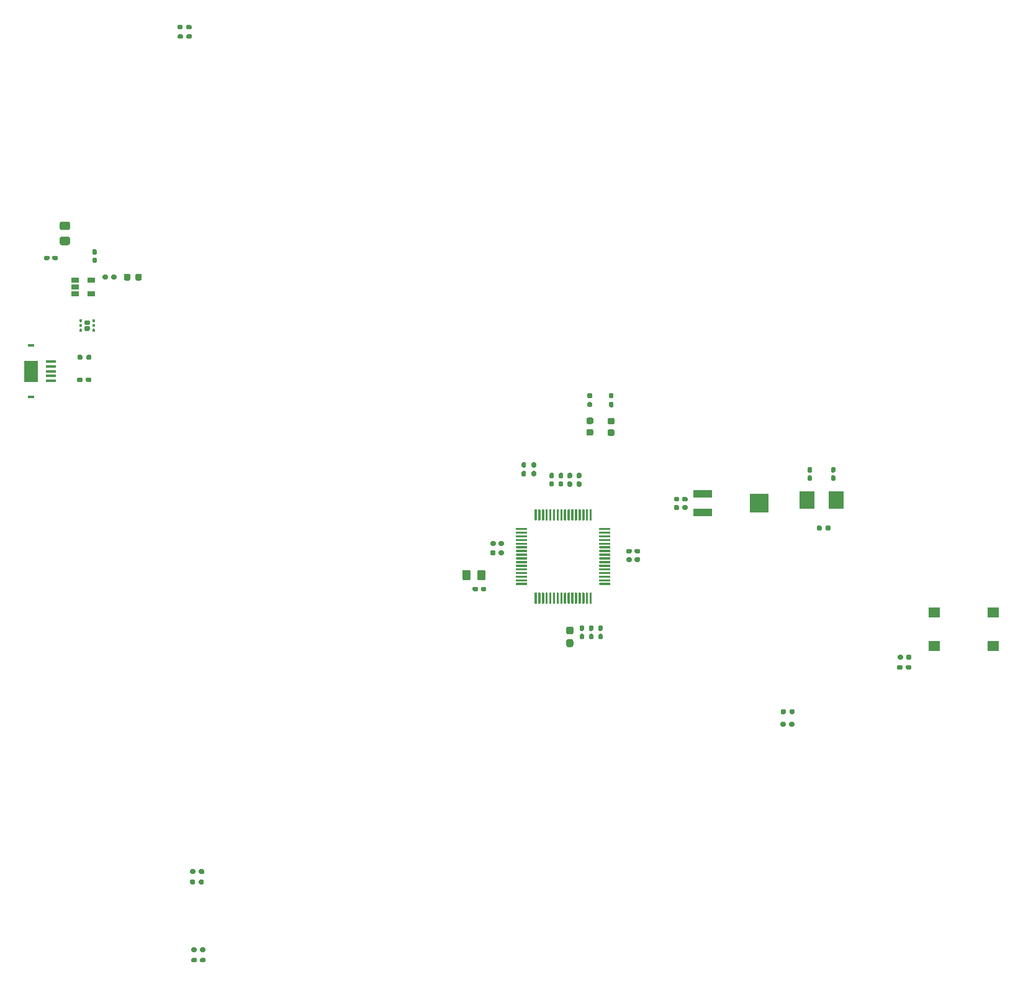
<source format=gbp>
G04 #@! TF.GenerationSoftware,KiCad,Pcbnew,(5.1.9)-1*
G04 #@! TF.CreationDate,2021-06-08T08:09:59+01:00*
G04 #@! TF.ProjectId,Looper_Board,4c6f6f70-6572-45f4-926f-6172642e6b69,rev?*
G04 #@! TF.SameCoordinates,Original*
G04 #@! TF.FileFunction,Paste,Bot*
G04 #@! TF.FilePolarity,Positive*
%FSLAX46Y46*%
G04 Gerber Fmt 4.6, Leading zero omitted, Abs format (unit mm)*
G04 Created by KiCad (PCBNEW (5.1.9)-1) date 2021-06-08 08:09:59*
%MOMM*%
%LPD*%
G01*
G04 APERTURE LIST*
%ADD10R,1.350000X0.400000*%
%ADD11R,1.900000X2.900000*%
%ADD12R,0.850000X0.300000*%
%ADD13R,1.600000X1.400000*%
%ADD14R,1.060000X0.650000*%
%ADD15R,2.500000X1.000000*%
%ADD16R,2.500000X2.500000*%
%ADD17R,2.000000X2.400000*%
G04 APERTURE END LIST*
G36*
G01*
X127458800Y-127637300D02*
X127458800Y-127487300D01*
G75*
G02*
X127533800Y-127412300I75000J0D01*
G01*
X128933800Y-127412300D01*
G75*
G02*
X129008800Y-127487300I0J-75000D01*
G01*
X129008800Y-127637300D01*
G75*
G02*
X128933800Y-127712300I-75000J0D01*
G01*
X127533800Y-127712300D01*
G75*
G02*
X127458800Y-127637300I0J75000D01*
G01*
G37*
G36*
G01*
X127458800Y-127137300D02*
X127458800Y-126987300D01*
G75*
G02*
X127533800Y-126912300I75000J0D01*
G01*
X128933800Y-126912300D01*
G75*
G02*
X129008800Y-126987300I0J-75000D01*
G01*
X129008800Y-127137300D01*
G75*
G02*
X128933800Y-127212300I-75000J0D01*
G01*
X127533800Y-127212300D01*
G75*
G02*
X127458800Y-127137300I0J75000D01*
G01*
G37*
G36*
G01*
X127458800Y-126637300D02*
X127458800Y-126487300D01*
G75*
G02*
X127533800Y-126412300I75000J0D01*
G01*
X128933800Y-126412300D01*
G75*
G02*
X129008800Y-126487300I0J-75000D01*
G01*
X129008800Y-126637300D01*
G75*
G02*
X128933800Y-126712300I-75000J0D01*
G01*
X127533800Y-126712300D01*
G75*
G02*
X127458800Y-126637300I0J75000D01*
G01*
G37*
G36*
G01*
X127458800Y-126137300D02*
X127458800Y-125987300D01*
G75*
G02*
X127533800Y-125912300I75000J0D01*
G01*
X128933800Y-125912300D01*
G75*
G02*
X129008800Y-125987300I0J-75000D01*
G01*
X129008800Y-126137300D01*
G75*
G02*
X128933800Y-126212300I-75000J0D01*
G01*
X127533800Y-126212300D01*
G75*
G02*
X127458800Y-126137300I0J75000D01*
G01*
G37*
G36*
G01*
X127458800Y-125637300D02*
X127458800Y-125487300D01*
G75*
G02*
X127533800Y-125412300I75000J0D01*
G01*
X128933800Y-125412300D01*
G75*
G02*
X129008800Y-125487300I0J-75000D01*
G01*
X129008800Y-125637300D01*
G75*
G02*
X128933800Y-125712300I-75000J0D01*
G01*
X127533800Y-125712300D01*
G75*
G02*
X127458800Y-125637300I0J75000D01*
G01*
G37*
G36*
G01*
X127458800Y-125137300D02*
X127458800Y-124987300D01*
G75*
G02*
X127533800Y-124912300I75000J0D01*
G01*
X128933800Y-124912300D01*
G75*
G02*
X129008800Y-124987300I0J-75000D01*
G01*
X129008800Y-125137300D01*
G75*
G02*
X128933800Y-125212300I-75000J0D01*
G01*
X127533800Y-125212300D01*
G75*
G02*
X127458800Y-125137300I0J75000D01*
G01*
G37*
G36*
G01*
X127458800Y-124637300D02*
X127458800Y-124487300D01*
G75*
G02*
X127533800Y-124412300I75000J0D01*
G01*
X128933800Y-124412300D01*
G75*
G02*
X129008800Y-124487300I0J-75000D01*
G01*
X129008800Y-124637300D01*
G75*
G02*
X128933800Y-124712300I-75000J0D01*
G01*
X127533800Y-124712300D01*
G75*
G02*
X127458800Y-124637300I0J75000D01*
G01*
G37*
G36*
G01*
X127458800Y-124137300D02*
X127458800Y-123987300D01*
G75*
G02*
X127533800Y-123912300I75000J0D01*
G01*
X128933800Y-123912300D01*
G75*
G02*
X129008800Y-123987300I0J-75000D01*
G01*
X129008800Y-124137300D01*
G75*
G02*
X128933800Y-124212300I-75000J0D01*
G01*
X127533800Y-124212300D01*
G75*
G02*
X127458800Y-124137300I0J75000D01*
G01*
G37*
G36*
G01*
X127458800Y-123637300D02*
X127458800Y-123487300D01*
G75*
G02*
X127533800Y-123412300I75000J0D01*
G01*
X128933800Y-123412300D01*
G75*
G02*
X129008800Y-123487300I0J-75000D01*
G01*
X129008800Y-123637300D01*
G75*
G02*
X128933800Y-123712300I-75000J0D01*
G01*
X127533800Y-123712300D01*
G75*
G02*
X127458800Y-123637300I0J75000D01*
G01*
G37*
G36*
G01*
X127458800Y-123137300D02*
X127458800Y-122987300D01*
G75*
G02*
X127533800Y-122912300I75000J0D01*
G01*
X128933800Y-122912300D01*
G75*
G02*
X129008800Y-122987300I0J-75000D01*
G01*
X129008800Y-123137300D01*
G75*
G02*
X128933800Y-123212300I-75000J0D01*
G01*
X127533800Y-123212300D01*
G75*
G02*
X127458800Y-123137300I0J75000D01*
G01*
G37*
G36*
G01*
X127458800Y-122637300D02*
X127458800Y-122487300D01*
G75*
G02*
X127533800Y-122412300I75000J0D01*
G01*
X128933800Y-122412300D01*
G75*
G02*
X129008800Y-122487300I0J-75000D01*
G01*
X129008800Y-122637300D01*
G75*
G02*
X128933800Y-122712300I-75000J0D01*
G01*
X127533800Y-122712300D01*
G75*
G02*
X127458800Y-122637300I0J75000D01*
G01*
G37*
G36*
G01*
X127458800Y-122137300D02*
X127458800Y-121987300D01*
G75*
G02*
X127533800Y-121912300I75000J0D01*
G01*
X128933800Y-121912300D01*
G75*
G02*
X129008800Y-121987300I0J-75000D01*
G01*
X129008800Y-122137300D01*
G75*
G02*
X128933800Y-122212300I-75000J0D01*
G01*
X127533800Y-122212300D01*
G75*
G02*
X127458800Y-122137300I0J75000D01*
G01*
G37*
G36*
G01*
X127458800Y-121637300D02*
X127458800Y-121487300D01*
G75*
G02*
X127533800Y-121412300I75000J0D01*
G01*
X128933800Y-121412300D01*
G75*
G02*
X129008800Y-121487300I0J-75000D01*
G01*
X129008800Y-121637300D01*
G75*
G02*
X128933800Y-121712300I-75000J0D01*
G01*
X127533800Y-121712300D01*
G75*
G02*
X127458800Y-121637300I0J75000D01*
G01*
G37*
G36*
G01*
X127458800Y-121137300D02*
X127458800Y-120987300D01*
G75*
G02*
X127533800Y-120912300I75000J0D01*
G01*
X128933800Y-120912300D01*
G75*
G02*
X129008800Y-120987300I0J-75000D01*
G01*
X129008800Y-121137300D01*
G75*
G02*
X128933800Y-121212300I-75000J0D01*
G01*
X127533800Y-121212300D01*
G75*
G02*
X127458800Y-121137300I0J75000D01*
G01*
G37*
G36*
G01*
X127458800Y-120637300D02*
X127458800Y-120487300D01*
G75*
G02*
X127533800Y-120412300I75000J0D01*
G01*
X128933800Y-120412300D01*
G75*
G02*
X129008800Y-120487300I0J-75000D01*
G01*
X129008800Y-120637300D01*
G75*
G02*
X128933800Y-120712300I-75000J0D01*
G01*
X127533800Y-120712300D01*
G75*
G02*
X127458800Y-120637300I0J75000D01*
G01*
G37*
G36*
G01*
X127458800Y-120137300D02*
X127458800Y-119987300D01*
G75*
G02*
X127533800Y-119912300I75000J0D01*
G01*
X128933800Y-119912300D01*
G75*
G02*
X129008800Y-119987300I0J-75000D01*
G01*
X129008800Y-120137300D01*
G75*
G02*
X128933800Y-120212300I-75000J0D01*
G01*
X127533800Y-120212300D01*
G75*
G02*
X127458800Y-120137300I0J75000D01*
G01*
G37*
G36*
G01*
X130008800Y-118837300D02*
X130008800Y-117437300D01*
G75*
G02*
X130083800Y-117362300I75000J0D01*
G01*
X130233800Y-117362300D01*
G75*
G02*
X130308800Y-117437300I0J-75000D01*
G01*
X130308800Y-118837300D01*
G75*
G02*
X130233800Y-118912300I-75000J0D01*
G01*
X130083800Y-118912300D01*
G75*
G02*
X130008800Y-118837300I0J75000D01*
G01*
G37*
G36*
G01*
X130508800Y-118837300D02*
X130508800Y-117437300D01*
G75*
G02*
X130583800Y-117362300I75000J0D01*
G01*
X130733800Y-117362300D01*
G75*
G02*
X130808800Y-117437300I0J-75000D01*
G01*
X130808800Y-118837300D01*
G75*
G02*
X130733800Y-118912300I-75000J0D01*
G01*
X130583800Y-118912300D01*
G75*
G02*
X130508800Y-118837300I0J75000D01*
G01*
G37*
G36*
G01*
X131008800Y-118837300D02*
X131008800Y-117437300D01*
G75*
G02*
X131083800Y-117362300I75000J0D01*
G01*
X131233800Y-117362300D01*
G75*
G02*
X131308800Y-117437300I0J-75000D01*
G01*
X131308800Y-118837300D01*
G75*
G02*
X131233800Y-118912300I-75000J0D01*
G01*
X131083800Y-118912300D01*
G75*
G02*
X131008800Y-118837300I0J75000D01*
G01*
G37*
G36*
G01*
X131508800Y-118837300D02*
X131508800Y-117437300D01*
G75*
G02*
X131583800Y-117362300I75000J0D01*
G01*
X131733800Y-117362300D01*
G75*
G02*
X131808800Y-117437300I0J-75000D01*
G01*
X131808800Y-118837300D01*
G75*
G02*
X131733800Y-118912300I-75000J0D01*
G01*
X131583800Y-118912300D01*
G75*
G02*
X131508800Y-118837300I0J75000D01*
G01*
G37*
G36*
G01*
X132008800Y-118837300D02*
X132008800Y-117437300D01*
G75*
G02*
X132083800Y-117362300I75000J0D01*
G01*
X132233800Y-117362300D01*
G75*
G02*
X132308800Y-117437300I0J-75000D01*
G01*
X132308800Y-118837300D01*
G75*
G02*
X132233800Y-118912300I-75000J0D01*
G01*
X132083800Y-118912300D01*
G75*
G02*
X132008800Y-118837300I0J75000D01*
G01*
G37*
G36*
G01*
X132508800Y-118837300D02*
X132508800Y-117437300D01*
G75*
G02*
X132583800Y-117362300I75000J0D01*
G01*
X132733800Y-117362300D01*
G75*
G02*
X132808800Y-117437300I0J-75000D01*
G01*
X132808800Y-118837300D01*
G75*
G02*
X132733800Y-118912300I-75000J0D01*
G01*
X132583800Y-118912300D01*
G75*
G02*
X132508800Y-118837300I0J75000D01*
G01*
G37*
G36*
G01*
X133008800Y-118837300D02*
X133008800Y-117437300D01*
G75*
G02*
X133083800Y-117362300I75000J0D01*
G01*
X133233800Y-117362300D01*
G75*
G02*
X133308800Y-117437300I0J-75000D01*
G01*
X133308800Y-118837300D01*
G75*
G02*
X133233800Y-118912300I-75000J0D01*
G01*
X133083800Y-118912300D01*
G75*
G02*
X133008800Y-118837300I0J75000D01*
G01*
G37*
G36*
G01*
X133508800Y-118837300D02*
X133508800Y-117437300D01*
G75*
G02*
X133583800Y-117362300I75000J0D01*
G01*
X133733800Y-117362300D01*
G75*
G02*
X133808800Y-117437300I0J-75000D01*
G01*
X133808800Y-118837300D01*
G75*
G02*
X133733800Y-118912300I-75000J0D01*
G01*
X133583800Y-118912300D01*
G75*
G02*
X133508800Y-118837300I0J75000D01*
G01*
G37*
G36*
G01*
X134008800Y-118837300D02*
X134008800Y-117437300D01*
G75*
G02*
X134083800Y-117362300I75000J0D01*
G01*
X134233800Y-117362300D01*
G75*
G02*
X134308800Y-117437300I0J-75000D01*
G01*
X134308800Y-118837300D01*
G75*
G02*
X134233800Y-118912300I-75000J0D01*
G01*
X134083800Y-118912300D01*
G75*
G02*
X134008800Y-118837300I0J75000D01*
G01*
G37*
G36*
G01*
X134508800Y-118837300D02*
X134508800Y-117437300D01*
G75*
G02*
X134583800Y-117362300I75000J0D01*
G01*
X134733800Y-117362300D01*
G75*
G02*
X134808800Y-117437300I0J-75000D01*
G01*
X134808800Y-118837300D01*
G75*
G02*
X134733800Y-118912300I-75000J0D01*
G01*
X134583800Y-118912300D01*
G75*
G02*
X134508800Y-118837300I0J75000D01*
G01*
G37*
G36*
G01*
X135008800Y-118837300D02*
X135008800Y-117437300D01*
G75*
G02*
X135083800Y-117362300I75000J0D01*
G01*
X135233800Y-117362300D01*
G75*
G02*
X135308800Y-117437300I0J-75000D01*
G01*
X135308800Y-118837300D01*
G75*
G02*
X135233800Y-118912300I-75000J0D01*
G01*
X135083800Y-118912300D01*
G75*
G02*
X135008800Y-118837300I0J75000D01*
G01*
G37*
G36*
G01*
X135508800Y-118837300D02*
X135508800Y-117437300D01*
G75*
G02*
X135583800Y-117362300I75000J0D01*
G01*
X135733800Y-117362300D01*
G75*
G02*
X135808800Y-117437300I0J-75000D01*
G01*
X135808800Y-118837300D01*
G75*
G02*
X135733800Y-118912300I-75000J0D01*
G01*
X135583800Y-118912300D01*
G75*
G02*
X135508800Y-118837300I0J75000D01*
G01*
G37*
G36*
G01*
X136008800Y-118837300D02*
X136008800Y-117437300D01*
G75*
G02*
X136083800Y-117362300I75000J0D01*
G01*
X136233800Y-117362300D01*
G75*
G02*
X136308800Y-117437300I0J-75000D01*
G01*
X136308800Y-118837300D01*
G75*
G02*
X136233800Y-118912300I-75000J0D01*
G01*
X136083800Y-118912300D01*
G75*
G02*
X136008800Y-118837300I0J75000D01*
G01*
G37*
G36*
G01*
X136508800Y-118837300D02*
X136508800Y-117437300D01*
G75*
G02*
X136583800Y-117362300I75000J0D01*
G01*
X136733800Y-117362300D01*
G75*
G02*
X136808800Y-117437300I0J-75000D01*
G01*
X136808800Y-118837300D01*
G75*
G02*
X136733800Y-118912300I-75000J0D01*
G01*
X136583800Y-118912300D01*
G75*
G02*
X136508800Y-118837300I0J75000D01*
G01*
G37*
G36*
G01*
X137008800Y-118837300D02*
X137008800Y-117437300D01*
G75*
G02*
X137083800Y-117362300I75000J0D01*
G01*
X137233800Y-117362300D01*
G75*
G02*
X137308800Y-117437300I0J-75000D01*
G01*
X137308800Y-118837300D01*
G75*
G02*
X137233800Y-118912300I-75000J0D01*
G01*
X137083800Y-118912300D01*
G75*
G02*
X137008800Y-118837300I0J75000D01*
G01*
G37*
G36*
G01*
X137508800Y-118837300D02*
X137508800Y-117437300D01*
G75*
G02*
X137583800Y-117362300I75000J0D01*
G01*
X137733800Y-117362300D01*
G75*
G02*
X137808800Y-117437300I0J-75000D01*
G01*
X137808800Y-118837300D01*
G75*
G02*
X137733800Y-118912300I-75000J0D01*
G01*
X137583800Y-118912300D01*
G75*
G02*
X137508800Y-118837300I0J75000D01*
G01*
G37*
G36*
G01*
X138808800Y-120137300D02*
X138808800Y-119987300D01*
G75*
G02*
X138883800Y-119912300I75000J0D01*
G01*
X140283800Y-119912300D01*
G75*
G02*
X140358800Y-119987300I0J-75000D01*
G01*
X140358800Y-120137300D01*
G75*
G02*
X140283800Y-120212300I-75000J0D01*
G01*
X138883800Y-120212300D01*
G75*
G02*
X138808800Y-120137300I0J75000D01*
G01*
G37*
G36*
G01*
X138808800Y-120637300D02*
X138808800Y-120487300D01*
G75*
G02*
X138883800Y-120412300I75000J0D01*
G01*
X140283800Y-120412300D01*
G75*
G02*
X140358800Y-120487300I0J-75000D01*
G01*
X140358800Y-120637300D01*
G75*
G02*
X140283800Y-120712300I-75000J0D01*
G01*
X138883800Y-120712300D01*
G75*
G02*
X138808800Y-120637300I0J75000D01*
G01*
G37*
G36*
G01*
X138808800Y-121137300D02*
X138808800Y-120987300D01*
G75*
G02*
X138883800Y-120912300I75000J0D01*
G01*
X140283800Y-120912300D01*
G75*
G02*
X140358800Y-120987300I0J-75000D01*
G01*
X140358800Y-121137300D01*
G75*
G02*
X140283800Y-121212300I-75000J0D01*
G01*
X138883800Y-121212300D01*
G75*
G02*
X138808800Y-121137300I0J75000D01*
G01*
G37*
G36*
G01*
X138808800Y-121637300D02*
X138808800Y-121487300D01*
G75*
G02*
X138883800Y-121412300I75000J0D01*
G01*
X140283800Y-121412300D01*
G75*
G02*
X140358800Y-121487300I0J-75000D01*
G01*
X140358800Y-121637300D01*
G75*
G02*
X140283800Y-121712300I-75000J0D01*
G01*
X138883800Y-121712300D01*
G75*
G02*
X138808800Y-121637300I0J75000D01*
G01*
G37*
G36*
G01*
X138808800Y-122137300D02*
X138808800Y-121987300D01*
G75*
G02*
X138883800Y-121912300I75000J0D01*
G01*
X140283800Y-121912300D01*
G75*
G02*
X140358800Y-121987300I0J-75000D01*
G01*
X140358800Y-122137300D01*
G75*
G02*
X140283800Y-122212300I-75000J0D01*
G01*
X138883800Y-122212300D01*
G75*
G02*
X138808800Y-122137300I0J75000D01*
G01*
G37*
G36*
G01*
X138808800Y-122637300D02*
X138808800Y-122487300D01*
G75*
G02*
X138883800Y-122412300I75000J0D01*
G01*
X140283800Y-122412300D01*
G75*
G02*
X140358800Y-122487300I0J-75000D01*
G01*
X140358800Y-122637300D01*
G75*
G02*
X140283800Y-122712300I-75000J0D01*
G01*
X138883800Y-122712300D01*
G75*
G02*
X138808800Y-122637300I0J75000D01*
G01*
G37*
G36*
G01*
X138808800Y-123137300D02*
X138808800Y-122987300D01*
G75*
G02*
X138883800Y-122912300I75000J0D01*
G01*
X140283800Y-122912300D01*
G75*
G02*
X140358800Y-122987300I0J-75000D01*
G01*
X140358800Y-123137300D01*
G75*
G02*
X140283800Y-123212300I-75000J0D01*
G01*
X138883800Y-123212300D01*
G75*
G02*
X138808800Y-123137300I0J75000D01*
G01*
G37*
G36*
G01*
X138808800Y-123637300D02*
X138808800Y-123487300D01*
G75*
G02*
X138883800Y-123412300I75000J0D01*
G01*
X140283800Y-123412300D01*
G75*
G02*
X140358800Y-123487300I0J-75000D01*
G01*
X140358800Y-123637300D01*
G75*
G02*
X140283800Y-123712300I-75000J0D01*
G01*
X138883800Y-123712300D01*
G75*
G02*
X138808800Y-123637300I0J75000D01*
G01*
G37*
G36*
G01*
X138808800Y-124137300D02*
X138808800Y-123987300D01*
G75*
G02*
X138883800Y-123912300I75000J0D01*
G01*
X140283800Y-123912300D01*
G75*
G02*
X140358800Y-123987300I0J-75000D01*
G01*
X140358800Y-124137300D01*
G75*
G02*
X140283800Y-124212300I-75000J0D01*
G01*
X138883800Y-124212300D01*
G75*
G02*
X138808800Y-124137300I0J75000D01*
G01*
G37*
G36*
G01*
X138808800Y-124637300D02*
X138808800Y-124487300D01*
G75*
G02*
X138883800Y-124412300I75000J0D01*
G01*
X140283800Y-124412300D01*
G75*
G02*
X140358800Y-124487300I0J-75000D01*
G01*
X140358800Y-124637300D01*
G75*
G02*
X140283800Y-124712300I-75000J0D01*
G01*
X138883800Y-124712300D01*
G75*
G02*
X138808800Y-124637300I0J75000D01*
G01*
G37*
G36*
G01*
X138808800Y-125137300D02*
X138808800Y-124987300D01*
G75*
G02*
X138883800Y-124912300I75000J0D01*
G01*
X140283800Y-124912300D01*
G75*
G02*
X140358800Y-124987300I0J-75000D01*
G01*
X140358800Y-125137300D01*
G75*
G02*
X140283800Y-125212300I-75000J0D01*
G01*
X138883800Y-125212300D01*
G75*
G02*
X138808800Y-125137300I0J75000D01*
G01*
G37*
G36*
G01*
X138808800Y-125637300D02*
X138808800Y-125487300D01*
G75*
G02*
X138883800Y-125412300I75000J0D01*
G01*
X140283800Y-125412300D01*
G75*
G02*
X140358800Y-125487300I0J-75000D01*
G01*
X140358800Y-125637300D01*
G75*
G02*
X140283800Y-125712300I-75000J0D01*
G01*
X138883800Y-125712300D01*
G75*
G02*
X138808800Y-125637300I0J75000D01*
G01*
G37*
G36*
G01*
X138808800Y-126137300D02*
X138808800Y-125987300D01*
G75*
G02*
X138883800Y-125912300I75000J0D01*
G01*
X140283800Y-125912300D01*
G75*
G02*
X140358800Y-125987300I0J-75000D01*
G01*
X140358800Y-126137300D01*
G75*
G02*
X140283800Y-126212300I-75000J0D01*
G01*
X138883800Y-126212300D01*
G75*
G02*
X138808800Y-126137300I0J75000D01*
G01*
G37*
G36*
G01*
X138808800Y-126637300D02*
X138808800Y-126487300D01*
G75*
G02*
X138883800Y-126412300I75000J0D01*
G01*
X140283800Y-126412300D01*
G75*
G02*
X140358800Y-126487300I0J-75000D01*
G01*
X140358800Y-126637300D01*
G75*
G02*
X140283800Y-126712300I-75000J0D01*
G01*
X138883800Y-126712300D01*
G75*
G02*
X138808800Y-126637300I0J75000D01*
G01*
G37*
G36*
G01*
X138808800Y-127137300D02*
X138808800Y-126987300D01*
G75*
G02*
X138883800Y-126912300I75000J0D01*
G01*
X140283800Y-126912300D01*
G75*
G02*
X140358800Y-126987300I0J-75000D01*
G01*
X140358800Y-127137300D01*
G75*
G02*
X140283800Y-127212300I-75000J0D01*
G01*
X138883800Y-127212300D01*
G75*
G02*
X138808800Y-127137300I0J75000D01*
G01*
G37*
G36*
G01*
X138808800Y-127637300D02*
X138808800Y-127487300D01*
G75*
G02*
X138883800Y-127412300I75000J0D01*
G01*
X140283800Y-127412300D01*
G75*
G02*
X140358800Y-127487300I0J-75000D01*
G01*
X140358800Y-127637300D01*
G75*
G02*
X140283800Y-127712300I-75000J0D01*
G01*
X138883800Y-127712300D01*
G75*
G02*
X138808800Y-127637300I0J75000D01*
G01*
G37*
G36*
G01*
X137508800Y-130187300D02*
X137508800Y-128787300D01*
G75*
G02*
X137583800Y-128712300I75000J0D01*
G01*
X137733800Y-128712300D01*
G75*
G02*
X137808800Y-128787300I0J-75000D01*
G01*
X137808800Y-130187300D01*
G75*
G02*
X137733800Y-130262300I-75000J0D01*
G01*
X137583800Y-130262300D01*
G75*
G02*
X137508800Y-130187300I0J75000D01*
G01*
G37*
G36*
G01*
X137008800Y-130187300D02*
X137008800Y-128787300D01*
G75*
G02*
X137083800Y-128712300I75000J0D01*
G01*
X137233800Y-128712300D01*
G75*
G02*
X137308800Y-128787300I0J-75000D01*
G01*
X137308800Y-130187300D01*
G75*
G02*
X137233800Y-130262300I-75000J0D01*
G01*
X137083800Y-130262300D01*
G75*
G02*
X137008800Y-130187300I0J75000D01*
G01*
G37*
G36*
G01*
X136508800Y-130187300D02*
X136508800Y-128787300D01*
G75*
G02*
X136583800Y-128712300I75000J0D01*
G01*
X136733800Y-128712300D01*
G75*
G02*
X136808800Y-128787300I0J-75000D01*
G01*
X136808800Y-130187300D01*
G75*
G02*
X136733800Y-130262300I-75000J0D01*
G01*
X136583800Y-130262300D01*
G75*
G02*
X136508800Y-130187300I0J75000D01*
G01*
G37*
G36*
G01*
X136008800Y-130187300D02*
X136008800Y-128787300D01*
G75*
G02*
X136083800Y-128712300I75000J0D01*
G01*
X136233800Y-128712300D01*
G75*
G02*
X136308800Y-128787300I0J-75000D01*
G01*
X136308800Y-130187300D01*
G75*
G02*
X136233800Y-130262300I-75000J0D01*
G01*
X136083800Y-130262300D01*
G75*
G02*
X136008800Y-130187300I0J75000D01*
G01*
G37*
G36*
G01*
X135508800Y-130187300D02*
X135508800Y-128787300D01*
G75*
G02*
X135583800Y-128712300I75000J0D01*
G01*
X135733800Y-128712300D01*
G75*
G02*
X135808800Y-128787300I0J-75000D01*
G01*
X135808800Y-130187300D01*
G75*
G02*
X135733800Y-130262300I-75000J0D01*
G01*
X135583800Y-130262300D01*
G75*
G02*
X135508800Y-130187300I0J75000D01*
G01*
G37*
G36*
G01*
X135008800Y-130187300D02*
X135008800Y-128787300D01*
G75*
G02*
X135083800Y-128712300I75000J0D01*
G01*
X135233800Y-128712300D01*
G75*
G02*
X135308800Y-128787300I0J-75000D01*
G01*
X135308800Y-130187300D01*
G75*
G02*
X135233800Y-130262300I-75000J0D01*
G01*
X135083800Y-130262300D01*
G75*
G02*
X135008800Y-130187300I0J75000D01*
G01*
G37*
G36*
G01*
X134508800Y-130187300D02*
X134508800Y-128787300D01*
G75*
G02*
X134583800Y-128712300I75000J0D01*
G01*
X134733800Y-128712300D01*
G75*
G02*
X134808800Y-128787300I0J-75000D01*
G01*
X134808800Y-130187300D01*
G75*
G02*
X134733800Y-130262300I-75000J0D01*
G01*
X134583800Y-130262300D01*
G75*
G02*
X134508800Y-130187300I0J75000D01*
G01*
G37*
G36*
G01*
X134008800Y-130187300D02*
X134008800Y-128787300D01*
G75*
G02*
X134083800Y-128712300I75000J0D01*
G01*
X134233800Y-128712300D01*
G75*
G02*
X134308800Y-128787300I0J-75000D01*
G01*
X134308800Y-130187300D01*
G75*
G02*
X134233800Y-130262300I-75000J0D01*
G01*
X134083800Y-130262300D01*
G75*
G02*
X134008800Y-130187300I0J75000D01*
G01*
G37*
G36*
G01*
X133508800Y-130187300D02*
X133508800Y-128787300D01*
G75*
G02*
X133583800Y-128712300I75000J0D01*
G01*
X133733800Y-128712300D01*
G75*
G02*
X133808800Y-128787300I0J-75000D01*
G01*
X133808800Y-130187300D01*
G75*
G02*
X133733800Y-130262300I-75000J0D01*
G01*
X133583800Y-130262300D01*
G75*
G02*
X133508800Y-130187300I0J75000D01*
G01*
G37*
G36*
G01*
X133008800Y-130187300D02*
X133008800Y-128787300D01*
G75*
G02*
X133083800Y-128712300I75000J0D01*
G01*
X133233800Y-128712300D01*
G75*
G02*
X133308800Y-128787300I0J-75000D01*
G01*
X133308800Y-130187300D01*
G75*
G02*
X133233800Y-130262300I-75000J0D01*
G01*
X133083800Y-130262300D01*
G75*
G02*
X133008800Y-130187300I0J75000D01*
G01*
G37*
G36*
G01*
X132508800Y-130187300D02*
X132508800Y-128787300D01*
G75*
G02*
X132583800Y-128712300I75000J0D01*
G01*
X132733800Y-128712300D01*
G75*
G02*
X132808800Y-128787300I0J-75000D01*
G01*
X132808800Y-130187300D01*
G75*
G02*
X132733800Y-130262300I-75000J0D01*
G01*
X132583800Y-130262300D01*
G75*
G02*
X132508800Y-130187300I0J75000D01*
G01*
G37*
G36*
G01*
X132008800Y-130187300D02*
X132008800Y-128787300D01*
G75*
G02*
X132083800Y-128712300I75000J0D01*
G01*
X132233800Y-128712300D01*
G75*
G02*
X132308800Y-128787300I0J-75000D01*
G01*
X132308800Y-130187300D01*
G75*
G02*
X132233800Y-130262300I-75000J0D01*
G01*
X132083800Y-130262300D01*
G75*
G02*
X132008800Y-130187300I0J75000D01*
G01*
G37*
G36*
G01*
X131508800Y-130187300D02*
X131508800Y-128787300D01*
G75*
G02*
X131583800Y-128712300I75000J0D01*
G01*
X131733800Y-128712300D01*
G75*
G02*
X131808800Y-128787300I0J-75000D01*
G01*
X131808800Y-130187300D01*
G75*
G02*
X131733800Y-130262300I-75000J0D01*
G01*
X131583800Y-130262300D01*
G75*
G02*
X131508800Y-130187300I0J75000D01*
G01*
G37*
G36*
G01*
X131008800Y-130187300D02*
X131008800Y-128787300D01*
G75*
G02*
X131083800Y-128712300I75000J0D01*
G01*
X131233800Y-128712300D01*
G75*
G02*
X131308800Y-128787300I0J-75000D01*
G01*
X131308800Y-130187300D01*
G75*
G02*
X131233800Y-130262300I-75000J0D01*
G01*
X131083800Y-130262300D01*
G75*
G02*
X131008800Y-130187300I0J75000D01*
G01*
G37*
G36*
G01*
X130508800Y-130187300D02*
X130508800Y-128787300D01*
G75*
G02*
X130583800Y-128712300I75000J0D01*
G01*
X130733800Y-128712300D01*
G75*
G02*
X130808800Y-128787300I0J-75000D01*
G01*
X130808800Y-130187300D01*
G75*
G02*
X130733800Y-130262300I-75000J0D01*
G01*
X130583800Y-130262300D01*
G75*
G02*
X130508800Y-130187300I0J75000D01*
G01*
G37*
G36*
G01*
X130008800Y-130187300D02*
X130008800Y-128787300D01*
G75*
G02*
X130083800Y-128712300I75000J0D01*
G01*
X130233800Y-128712300D01*
G75*
G02*
X130308800Y-128787300I0J-75000D01*
G01*
X130308800Y-130187300D01*
G75*
G02*
X130233800Y-130262300I-75000J0D01*
G01*
X130083800Y-130262300D01*
G75*
G02*
X130008800Y-130187300I0J75000D01*
G01*
G37*
G36*
G01*
X167693400Y-112360100D02*
X167383400Y-112360100D01*
G75*
G02*
X167228400Y-112205100I0J155000D01*
G01*
X167228400Y-111780100D01*
G75*
G02*
X167383400Y-111625100I155000J0D01*
G01*
X167693400Y-111625100D01*
G75*
G02*
X167848400Y-111780100I0J-155000D01*
G01*
X167848400Y-112205100D01*
G75*
G02*
X167693400Y-112360100I-155000J0D01*
G01*
G37*
G36*
G01*
X167693400Y-113495100D02*
X167383400Y-113495100D01*
G75*
G02*
X167228400Y-113340100I0J155000D01*
G01*
X167228400Y-112915100D01*
G75*
G02*
X167383400Y-112760100I155000J0D01*
G01*
X167693400Y-112760100D01*
G75*
G02*
X167848400Y-112915100I0J-155000D01*
G01*
X167848400Y-113340100D01*
G75*
G02*
X167693400Y-113495100I-155000J0D01*
G01*
G37*
G36*
G01*
X134573000Y-133359700D02*
X135048000Y-133359700D01*
G75*
G02*
X135285500Y-133597200I0J-237500D01*
G01*
X135285500Y-134197200D01*
G75*
G02*
X135048000Y-134434700I-237500J0D01*
G01*
X134573000Y-134434700D01*
G75*
G02*
X134335500Y-134197200I0J237500D01*
G01*
X134335500Y-133597200D01*
G75*
G02*
X134573000Y-133359700I237500J0D01*
G01*
G37*
G36*
G01*
X134573000Y-135084700D02*
X135048000Y-135084700D01*
G75*
G02*
X135285500Y-135322200I0J-237500D01*
G01*
X135285500Y-135922200D01*
G75*
G02*
X135048000Y-136159700I-237500J0D01*
G01*
X134573000Y-136159700D01*
G75*
G02*
X134335500Y-135922200I0J237500D01*
G01*
X134335500Y-135322200D01*
G75*
G02*
X134573000Y-135084700I237500J0D01*
G01*
G37*
G36*
G01*
X170893800Y-113495100D02*
X170583800Y-113495100D01*
G75*
G02*
X170428800Y-113340100I0J155000D01*
G01*
X170428800Y-112915100D01*
G75*
G02*
X170583800Y-112760100I155000J0D01*
G01*
X170893800Y-112760100D01*
G75*
G02*
X171048800Y-112915100I0J-155000D01*
G01*
X171048800Y-113340100D01*
G75*
G02*
X170893800Y-113495100I-155000J0D01*
G01*
G37*
G36*
G01*
X170893800Y-112360100D02*
X170583800Y-112360100D01*
G75*
G02*
X170428800Y-112205100I0J155000D01*
G01*
X170428800Y-111780100D01*
G75*
G02*
X170583800Y-111625100I155000J0D01*
G01*
X170893800Y-111625100D01*
G75*
G02*
X171048800Y-111780100I0J-155000D01*
G01*
X171048800Y-112205100D01*
G75*
G02*
X170893800Y-112360100I-155000J0D01*
G01*
G37*
G36*
G01*
X149736200Y-115834100D02*
X149736200Y-116144100D01*
G75*
G02*
X149581200Y-116299100I-155000J0D01*
G01*
X149156200Y-116299100D01*
G75*
G02*
X149001200Y-116144100I0J155000D01*
G01*
X149001200Y-115834100D01*
G75*
G02*
X149156200Y-115679100I155000J0D01*
G01*
X149581200Y-115679100D01*
G75*
G02*
X149736200Y-115834100I0J-155000D01*
G01*
G37*
G36*
G01*
X150871200Y-115834100D02*
X150871200Y-116144100D01*
G75*
G02*
X150716200Y-116299100I-155000J0D01*
G01*
X150291200Y-116299100D01*
G75*
G02*
X150136200Y-116144100I0J155000D01*
G01*
X150136200Y-115834100D01*
G75*
G02*
X150291200Y-115679100I155000J0D01*
G01*
X150716200Y-115679100D01*
G75*
G02*
X150871200Y-115834100I0J-155000D01*
G01*
G37*
G36*
G01*
X132489000Y-113147500D02*
X132179000Y-113147500D01*
G75*
G02*
X132024000Y-112992500I0J155000D01*
G01*
X132024000Y-112567500D01*
G75*
G02*
X132179000Y-112412500I155000J0D01*
G01*
X132489000Y-112412500D01*
G75*
G02*
X132644000Y-112567500I0J-155000D01*
G01*
X132644000Y-112992500D01*
G75*
G02*
X132489000Y-113147500I-155000J0D01*
G01*
G37*
G36*
G01*
X132489000Y-114282500D02*
X132179000Y-114282500D01*
G75*
G02*
X132024000Y-114127500I0J155000D01*
G01*
X132024000Y-113702500D01*
G75*
G02*
X132179000Y-113547500I155000J0D01*
G01*
X132489000Y-113547500D01*
G75*
G02*
X132644000Y-113702500I0J-155000D01*
G01*
X132644000Y-114127500D01*
G75*
G02*
X132489000Y-114282500I-155000J0D01*
G01*
G37*
G36*
G01*
X150136200Y-117287100D02*
X150136200Y-116977100D01*
G75*
G02*
X150291200Y-116822100I155000J0D01*
G01*
X150716200Y-116822100D01*
G75*
G02*
X150871200Y-116977100I0J-155000D01*
G01*
X150871200Y-117287100D01*
G75*
G02*
X150716200Y-117442100I-155000J0D01*
G01*
X150291200Y-117442100D01*
G75*
G02*
X150136200Y-117287100I0J155000D01*
G01*
G37*
G36*
G01*
X149001200Y-117287100D02*
X149001200Y-116977100D01*
G75*
G02*
X149156200Y-116822100I155000J0D01*
G01*
X149581200Y-116822100D01*
G75*
G02*
X149736200Y-116977100I0J-155000D01*
G01*
X149736200Y-117287100D01*
G75*
G02*
X149581200Y-117442100I-155000J0D01*
G01*
X149156200Y-117442100D01*
G75*
G02*
X149001200Y-117287100I0J155000D01*
G01*
G37*
G36*
G01*
X136306500Y-133215100D02*
X136616500Y-133215100D01*
G75*
G02*
X136771500Y-133370100I0J-155000D01*
G01*
X136771500Y-133795100D01*
G75*
G02*
X136616500Y-133950100I-155000J0D01*
G01*
X136306500Y-133950100D01*
G75*
G02*
X136151500Y-133795100I0J155000D01*
G01*
X136151500Y-133370100D01*
G75*
G02*
X136306500Y-133215100I155000J0D01*
G01*
G37*
G36*
G01*
X136306500Y-134350100D02*
X136616500Y-134350100D01*
G75*
G02*
X136771500Y-134505100I0J-155000D01*
G01*
X136771500Y-134930100D01*
G75*
G02*
X136616500Y-135085100I-155000J0D01*
G01*
X136306500Y-135085100D01*
G75*
G02*
X136151500Y-134930100I0J155000D01*
G01*
X136151500Y-134505100D01*
G75*
G02*
X136306500Y-134350100I155000J0D01*
G01*
G37*
G36*
G01*
X133759000Y-114282500D02*
X133449000Y-114282500D01*
G75*
G02*
X133294000Y-114127500I0J155000D01*
G01*
X133294000Y-113702500D01*
G75*
G02*
X133449000Y-113547500I155000J0D01*
G01*
X133759000Y-113547500D01*
G75*
G02*
X133914000Y-113702500I0J-155000D01*
G01*
X133914000Y-114127500D01*
G75*
G02*
X133759000Y-114282500I-155000J0D01*
G01*
G37*
G36*
G01*
X133759000Y-113147500D02*
X133449000Y-113147500D01*
G75*
G02*
X133294000Y-112992500I0J155000D01*
G01*
X133294000Y-112567500D01*
G75*
G02*
X133449000Y-112412500I155000J0D01*
G01*
X133759000Y-112412500D01*
G75*
G02*
X133914000Y-112567500I0J-155000D01*
G01*
X133914000Y-112992500D01*
G75*
G02*
X133759000Y-113147500I-155000J0D01*
G01*
G37*
G36*
G01*
X123413800Y-128089600D02*
X123413800Y-128399600D01*
G75*
G02*
X123258800Y-128554600I-155000J0D01*
G01*
X122833800Y-128554600D01*
G75*
G02*
X122678800Y-128399600I0J155000D01*
G01*
X122678800Y-128089600D01*
G75*
G02*
X122833800Y-127934600I155000J0D01*
G01*
X123258800Y-127934600D01*
G75*
G02*
X123413800Y-128089600I0J-155000D01*
G01*
G37*
G36*
G01*
X122278800Y-128089600D02*
X122278800Y-128399600D01*
G75*
G02*
X122123800Y-128554600I-155000J0D01*
G01*
X121698800Y-128554600D01*
G75*
G02*
X121543800Y-128399600I0J155000D01*
G01*
X121543800Y-128089600D01*
G75*
G02*
X121698800Y-127934600I155000J0D01*
G01*
X122123800Y-127934600D01*
G75*
G02*
X122278800Y-128089600I0J-155000D01*
G01*
G37*
G36*
G01*
X137576500Y-133215100D02*
X137886500Y-133215100D01*
G75*
G02*
X138041500Y-133370100I0J-155000D01*
G01*
X138041500Y-133795100D01*
G75*
G02*
X137886500Y-133950100I-155000J0D01*
G01*
X137576500Y-133950100D01*
G75*
G02*
X137421500Y-133795100I0J155000D01*
G01*
X137421500Y-133370100D01*
G75*
G02*
X137576500Y-133215100I155000J0D01*
G01*
G37*
G36*
G01*
X137576500Y-134350100D02*
X137886500Y-134350100D01*
G75*
G02*
X138041500Y-134505100I0J-155000D01*
G01*
X138041500Y-134930100D01*
G75*
G02*
X137886500Y-135085100I-155000J0D01*
G01*
X137576500Y-135085100D01*
G75*
G02*
X137421500Y-134930100I0J155000D01*
G01*
X137421500Y-134505100D01*
G75*
G02*
X137576500Y-134350100I155000J0D01*
G01*
G37*
G36*
G01*
X143659200Y-123230700D02*
X143659200Y-122920700D01*
G75*
G02*
X143814200Y-122765700I155000J0D01*
G01*
X144239200Y-122765700D01*
G75*
G02*
X144394200Y-122920700I0J-155000D01*
G01*
X144394200Y-123230700D01*
G75*
G02*
X144239200Y-123385700I-155000J0D01*
G01*
X143814200Y-123385700D01*
G75*
G02*
X143659200Y-123230700I0J155000D01*
G01*
G37*
G36*
G01*
X142524200Y-123230700D02*
X142524200Y-122920700D01*
G75*
G02*
X142679200Y-122765700I155000J0D01*
G01*
X143104200Y-122765700D01*
G75*
G02*
X143259200Y-122920700I0J-155000D01*
G01*
X143259200Y-123230700D01*
G75*
G02*
X143104200Y-123385700I-155000J0D01*
G01*
X142679200Y-123385700D01*
G75*
G02*
X142524200Y-123230700I0J155000D01*
G01*
G37*
G36*
G01*
X142524200Y-124386400D02*
X142524200Y-124076400D01*
G75*
G02*
X142679200Y-123921400I155000J0D01*
G01*
X143104200Y-123921400D01*
G75*
G02*
X143259200Y-124076400I0J-155000D01*
G01*
X143259200Y-124386400D01*
G75*
G02*
X143104200Y-124541400I-155000J0D01*
G01*
X142679200Y-124541400D01*
G75*
G02*
X142524200Y-124386400I0J155000D01*
G01*
G37*
G36*
G01*
X143659200Y-124386400D02*
X143659200Y-124076400D01*
G75*
G02*
X143814200Y-123921400I155000J0D01*
G01*
X144239200Y-123921400D01*
G75*
G02*
X144394200Y-124076400I0J-155000D01*
G01*
X144394200Y-124386400D01*
G75*
G02*
X144239200Y-124541400I-155000J0D01*
G01*
X143814200Y-124541400D01*
G75*
G02*
X143659200Y-124386400I0J155000D01*
G01*
G37*
G36*
G01*
X134965500Y-114295200D02*
X134655500Y-114295200D01*
G75*
G02*
X134500500Y-114140200I0J155000D01*
G01*
X134500500Y-113715200D01*
G75*
G02*
X134655500Y-113560200I155000J0D01*
G01*
X134965500Y-113560200D01*
G75*
G02*
X135120500Y-113715200I0J-155000D01*
G01*
X135120500Y-114140200D01*
G75*
G02*
X134965500Y-114295200I-155000J0D01*
G01*
G37*
G36*
G01*
X134965500Y-113160200D02*
X134655500Y-113160200D01*
G75*
G02*
X134500500Y-113005200I0J155000D01*
G01*
X134500500Y-112580200D01*
G75*
G02*
X134655500Y-112425200I155000J0D01*
G01*
X134965500Y-112425200D01*
G75*
G02*
X135120500Y-112580200I0J-155000D01*
G01*
X135120500Y-113005200D01*
G75*
G02*
X134965500Y-113160200I-155000J0D01*
G01*
G37*
G36*
G01*
X138846500Y-133215100D02*
X139156500Y-133215100D01*
G75*
G02*
X139311500Y-133370100I0J-155000D01*
G01*
X139311500Y-133795100D01*
G75*
G02*
X139156500Y-133950100I-155000J0D01*
G01*
X138846500Y-133950100D01*
G75*
G02*
X138691500Y-133795100I0J155000D01*
G01*
X138691500Y-133370100D01*
G75*
G02*
X138846500Y-133215100I155000J0D01*
G01*
G37*
G36*
G01*
X138846500Y-134350100D02*
X139156500Y-134350100D01*
G75*
G02*
X139311500Y-134505100I0J-155000D01*
G01*
X139311500Y-134930100D01*
G75*
G02*
X139156500Y-135085100I-155000J0D01*
G01*
X138846500Y-135085100D01*
G75*
G02*
X138691500Y-134930100I0J155000D01*
G01*
X138691500Y-134505100D01*
G75*
G02*
X138846500Y-134350100I155000J0D01*
G01*
G37*
G36*
G01*
X125826800Y-123149300D02*
X125826800Y-123459300D01*
G75*
G02*
X125671800Y-123614300I-155000J0D01*
G01*
X125246800Y-123614300D01*
G75*
G02*
X125091800Y-123459300I0J155000D01*
G01*
X125091800Y-123149300D01*
G75*
G02*
X125246800Y-122994300I155000J0D01*
G01*
X125671800Y-122994300D01*
G75*
G02*
X125826800Y-123149300I0J-155000D01*
G01*
G37*
G36*
G01*
X124691800Y-123149300D02*
X124691800Y-123459300D01*
G75*
G02*
X124536800Y-123614300I-155000J0D01*
G01*
X124111800Y-123614300D01*
G75*
G02*
X123956800Y-123459300I0J155000D01*
G01*
X123956800Y-123149300D01*
G75*
G02*
X124111800Y-122994300I155000J0D01*
G01*
X124536800Y-122994300D01*
G75*
G02*
X124691800Y-123149300I0J-155000D01*
G01*
G37*
G36*
G01*
X70157400Y-82667500D02*
X69847400Y-82667500D01*
G75*
G02*
X69692400Y-82512500I0J155000D01*
G01*
X69692400Y-82087500D01*
G75*
G02*
X69847400Y-81932500I155000J0D01*
G01*
X70157400Y-81932500D01*
G75*
G02*
X70312400Y-82087500I0J-155000D01*
G01*
X70312400Y-82512500D01*
G75*
G02*
X70157400Y-82667500I-155000J0D01*
G01*
G37*
G36*
G01*
X70157400Y-83802500D02*
X69847400Y-83802500D01*
G75*
G02*
X69692400Y-83647500I0J155000D01*
G01*
X69692400Y-83222500D01*
G75*
G02*
X69847400Y-83067500I155000J0D01*
G01*
X70157400Y-83067500D01*
G75*
G02*
X70312400Y-83222500I0J-155000D01*
G01*
X70312400Y-83647500D01*
G75*
G02*
X70157400Y-83802500I-155000J0D01*
G01*
G37*
G36*
G01*
X63833400Y-82966500D02*
X63833400Y-83276500D01*
G75*
G02*
X63678400Y-83431500I-155000J0D01*
G01*
X63253400Y-83431500D01*
G75*
G02*
X63098400Y-83276500I0J155000D01*
G01*
X63098400Y-82966500D01*
G75*
G02*
X63253400Y-82811500I155000J0D01*
G01*
X63678400Y-82811500D01*
G75*
G02*
X63833400Y-82966500I0J-155000D01*
G01*
G37*
G36*
G01*
X64968400Y-82966500D02*
X64968400Y-83276500D01*
G75*
G02*
X64813400Y-83431500I-155000J0D01*
G01*
X64388400Y-83431500D01*
G75*
G02*
X64233400Y-83276500I0J155000D01*
G01*
X64233400Y-82966500D01*
G75*
G02*
X64388400Y-82811500I155000J0D01*
G01*
X64813400Y-82811500D01*
G75*
G02*
X64968400Y-82966500I0J-155000D01*
G01*
G37*
G36*
G01*
X180279700Y-137373300D02*
X180279700Y-137683300D01*
G75*
G02*
X180124700Y-137838300I-155000J0D01*
G01*
X179699700Y-137838300D01*
G75*
G02*
X179544700Y-137683300I0J155000D01*
G01*
X179544700Y-137373300D01*
G75*
G02*
X179699700Y-137218300I155000J0D01*
G01*
X180124700Y-137218300D01*
G75*
G02*
X180279700Y-137373300I0J-155000D01*
G01*
G37*
G36*
G01*
X181414700Y-137373300D02*
X181414700Y-137683300D01*
G75*
G02*
X181259700Y-137838300I-155000J0D01*
G01*
X180834700Y-137838300D01*
G75*
G02*
X180679700Y-137683300I0J155000D01*
G01*
X180679700Y-137373300D01*
G75*
G02*
X180834700Y-137218300I155000J0D01*
G01*
X181259700Y-137218300D01*
G75*
G02*
X181414700Y-137373300I0J-155000D01*
G01*
G37*
G36*
G01*
X137284750Y-106445800D02*
X137797250Y-106445800D01*
G75*
G02*
X138016000Y-106664550I0J-218750D01*
G01*
X138016000Y-107102050D01*
G75*
G02*
X137797250Y-107320800I-218750J0D01*
G01*
X137284750Y-107320800D01*
G75*
G02*
X137066000Y-107102050I0J218750D01*
G01*
X137066000Y-106664550D01*
G75*
G02*
X137284750Y-106445800I218750J0D01*
G01*
G37*
G36*
G01*
X137284750Y-104870800D02*
X137797250Y-104870800D01*
G75*
G02*
X138016000Y-105089550I0J-218750D01*
G01*
X138016000Y-105527050D01*
G75*
G02*
X137797250Y-105745800I-218750J0D01*
G01*
X137284750Y-105745800D01*
G75*
G02*
X137066000Y-105527050I0J218750D01*
G01*
X137066000Y-105089550D01*
G75*
G02*
X137284750Y-104870800I218750J0D01*
G01*
G37*
G36*
G01*
X140180350Y-104921600D02*
X140692850Y-104921600D01*
G75*
G02*
X140911600Y-105140350I0J-218750D01*
G01*
X140911600Y-105577850D01*
G75*
G02*
X140692850Y-105796600I-218750J0D01*
G01*
X140180350Y-105796600D01*
G75*
G02*
X139961600Y-105577850I0J218750D01*
G01*
X139961600Y-105140350D01*
G75*
G02*
X140180350Y-104921600I218750J0D01*
G01*
G37*
G36*
G01*
X140180350Y-106496600D02*
X140692850Y-106496600D01*
G75*
G02*
X140911600Y-106715350I0J-218750D01*
G01*
X140911600Y-107152850D01*
G75*
G02*
X140692850Y-107371600I-218750J0D01*
G01*
X140180350Y-107371600D01*
G75*
G02*
X139961600Y-107152850I0J218750D01*
G01*
X139961600Y-106715350D01*
G75*
G02*
X140180350Y-106496600I218750J0D01*
G01*
G37*
G36*
G01*
X76434400Y-85468750D02*
X76434400Y-85981250D01*
G75*
G02*
X76215650Y-86200000I-218750J0D01*
G01*
X75778150Y-86200000D01*
G75*
G02*
X75559400Y-85981250I0J218750D01*
G01*
X75559400Y-85468750D01*
G75*
G02*
X75778150Y-85250000I218750J0D01*
G01*
X76215650Y-85250000D01*
G75*
G02*
X76434400Y-85468750I0J-218750D01*
G01*
G37*
G36*
G01*
X74859400Y-85468750D02*
X74859400Y-85981250D01*
G75*
G02*
X74640650Y-86200000I-218750J0D01*
G01*
X74203150Y-86200000D01*
G75*
G02*
X73984400Y-85981250I0J218750D01*
G01*
X73984400Y-85468750D01*
G75*
G02*
X74203150Y-85250000I218750J0D01*
G01*
X74640650Y-85250000D01*
G75*
G02*
X74859400Y-85468750I0J-218750D01*
G01*
G37*
G36*
G01*
X122179500Y-126789601D02*
X122179500Y-125889599D01*
G75*
G02*
X122429499Y-125639600I249999J0D01*
G01*
X123079501Y-125639600D01*
G75*
G02*
X123329500Y-125889599I0J-249999D01*
G01*
X123329500Y-126789601D01*
G75*
G02*
X123079501Y-127039600I-249999J0D01*
G01*
X122429499Y-127039600D01*
G75*
G02*
X122179500Y-126789601I0J249999D01*
G01*
G37*
G36*
G01*
X120129500Y-126789601D02*
X120129500Y-125889599D01*
G75*
G02*
X120379499Y-125639600I249999J0D01*
G01*
X121029501Y-125639600D01*
G75*
G02*
X121279500Y-125889599I0J-249999D01*
G01*
X121279500Y-126789601D01*
G75*
G02*
X121029501Y-127039600I-249999J0D01*
G01*
X120379499Y-127039600D01*
G75*
G02*
X120129500Y-126789601I0J249999D01*
G01*
G37*
G36*
G01*
X65488399Y-78156000D02*
X66388401Y-78156000D01*
G75*
G02*
X66638400Y-78405999I0J-249999D01*
G01*
X66638400Y-79056001D01*
G75*
G02*
X66388401Y-79306000I-249999J0D01*
G01*
X65488399Y-79306000D01*
G75*
G02*
X65238400Y-79056001I0J249999D01*
G01*
X65238400Y-78405999D01*
G75*
G02*
X65488399Y-78156000I249999J0D01*
G01*
G37*
G36*
G01*
X65488399Y-80206000D02*
X66388401Y-80206000D01*
G75*
G02*
X66638400Y-80455999I0J-249999D01*
G01*
X66638400Y-81106001D01*
G75*
G02*
X66388401Y-81356000I-249999J0D01*
G01*
X65488399Y-81356000D01*
G75*
G02*
X65238400Y-81106001I0J249999D01*
G01*
X65238400Y-80455999D01*
G75*
G02*
X65488399Y-80206000I249999J0D01*
G01*
G37*
D10*
X64041400Y-99852000D03*
X64041400Y-99202000D03*
X64041400Y-98552000D03*
X64041400Y-97252000D03*
X64041400Y-97902000D03*
D11*
X61366400Y-98552000D03*
D12*
X61366400Y-95052000D03*
X61366400Y-102052000D03*
G36*
G01*
X83212900Y-51490900D02*
X83212900Y-51810900D01*
G75*
G02*
X83052900Y-51970900I-160000J0D01*
G01*
X82657900Y-51970900D01*
G75*
G02*
X82497900Y-51810900I0J160000D01*
G01*
X82497900Y-51490900D01*
G75*
G02*
X82657900Y-51330900I160000J0D01*
G01*
X83052900Y-51330900D01*
G75*
G02*
X83212900Y-51490900I0J-160000D01*
G01*
G37*
G36*
G01*
X82017900Y-51490900D02*
X82017900Y-51810900D01*
G75*
G02*
X81857900Y-51970900I-160000J0D01*
G01*
X81462900Y-51970900D01*
G75*
G02*
X81302900Y-51810900I0J160000D01*
G01*
X81302900Y-51490900D01*
G75*
G02*
X81462900Y-51330900I160000J0D01*
G01*
X81857900Y-51330900D01*
G75*
G02*
X82017900Y-51490900I0J-160000D01*
G01*
G37*
G36*
G01*
X82523300Y-53080900D02*
X82523300Y-52760900D01*
G75*
G02*
X82683300Y-52600900I160000J0D01*
G01*
X83078300Y-52600900D01*
G75*
G02*
X83238300Y-52760900I0J-160000D01*
G01*
X83238300Y-53080900D01*
G75*
G02*
X83078300Y-53240900I-160000J0D01*
G01*
X82683300Y-53240900D01*
G75*
G02*
X82523300Y-53080900I0J160000D01*
G01*
G37*
G36*
G01*
X81328300Y-53080900D02*
X81328300Y-52760900D01*
G75*
G02*
X81488300Y-52600900I160000J0D01*
G01*
X81883300Y-52600900D01*
G75*
G02*
X82043300Y-52760900I0J-160000D01*
G01*
X82043300Y-53080900D01*
G75*
G02*
X81883300Y-53240900I-160000J0D01*
G01*
X81488300Y-53240900D01*
G75*
G02*
X81328300Y-53080900I0J160000D01*
G01*
G37*
G36*
G01*
X128364000Y-110970100D02*
X128684000Y-110970100D01*
G75*
G02*
X128844000Y-111130100I0J-160000D01*
G01*
X128844000Y-111525100D01*
G75*
G02*
X128684000Y-111685100I-160000J0D01*
G01*
X128364000Y-111685100D01*
G75*
G02*
X128204000Y-111525100I0J160000D01*
G01*
X128204000Y-111130100D01*
G75*
G02*
X128364000Y-110970100I160000J0D01*
G01*
G37*
G36*
G01*
X128364000Y-112165100D02*
X128684000Y-112165100D01*
G75*
G02*
X128844000Y-112325100I0J-160000D01*
G01*
X128844000Y-112720100D01*
G75*
G02*
X128684000Y-112880100I-160000J0D01*
G01*
X128364000Y-112880100D01*
G75*
G02*
X128204000Y-112720100I0J160000D01*
G01*
X128204000Y-112325100D01*
G75*
G02*
X128364000Y-112165100I160000J0D01*
G01*
G37*
G36*
G01*
X83030100Y-166923700D02*
X83030100Y-166603700D01*
G75*
G02*
X83190100Y-166443700I160000J0D01*
G01*
X83585100Y-166443700D01*
G75*
G02*
X83745100Y-166603700I0J-160000D01*
G01*
X83745100Y-166923700D01*
G75*
G02*
X83585100Y-167083700I-160000J0D01*
G01*
X83190100Y-167083700D01*
G75*
G02*
X83030100Y-166923700I0J160000D01*
G01*
G37*
G36*
G01*
X84225100Y-166923700D02*
X84225100Y-166603700D01*
G75*
G02*
X84385100Y-166443700I160000J0D01*
G01*
X84780100Y-166443700D01*
G75*
G02*
X84940100Y-166603700I0J-160000D01*
G01*
X84940100Y-166923700D01*
G75*
G02*
X84780100Y-167083700I-160000J0D01*
G01*
X84385100Y-167083700D01*
G75*
G02*
X84225100Y-166923700I0J160000D01*
G01*
G37*
G36*
G01*
X83707000Y-168013400D02*
X83707000Y-168333400D01*
G75*
G02*
X83547000Y-168493400I-160000J0D01*
G01*
X83152000Y-168493400D01*
G75*
G02*
X82992000Y-168333400I0J160000D01*
G01*
X82992000Y-168013400D01*
G75*
G02*
X83152000Y-167853400I160000J0D01*
G01*
X83547000Y-167853400D01*
G75*
G02*
X83707000Y-168013400I0J-160000D01*
G01*
G37*
G36*
G01*
X84902000Y-168013400D02*
X84902000Y-168333400D01*
G75*
G02*
X84742000Y-168493400I-160000J0D01*
G01*
X84347000Y-168493400D01*
G75*
G02*
X84187000Y-168333400I0J160000D01*
G01*
X84187000Y-168013400D01*
G75*
G02*
X84347000Y-167853400I160000J0D01*
G01*
X84742000Y-167853400D01*
G75*
G02*
X84902000Y-168013400I0J-160000D01*
G01*
G37*
G36*
G01*
X84390200Y-177579000D02*
X84390200Y-177259000D01*
G75*
G02*
X84550200Y-177099000I160000J0D01*
G01*
X84945200Y-177099000D01*
G75*
G02*
X85105200Y-177259000I0J-160000D01*
G01*
X85105200Y-177579000D01*
G75*
G02*
X84945200Y-177739000I-160000J0D01*
G01*
X84550200Y-177739000D01*
G75*
G02*
X84390200Y-177579000I0J160000D01*
G01*
G37*
G36*
G01*
X83195200Y-177579000D02*
X83195200Y-177259000D01*
G75*
G02*
X83355200Y-177099000I160000J0D01*
G01*
X83750200Y-177099000D01*
G75*
G02*
X83910200Y-177259000I0J-160000D01*
G01*
X83910200Y-177579000D01*
G75*
G02*
X83750200Y-177739000I-160000J0D01*
G01*
X83355200Y-177739000D01*
G75*
G02*
X83195200Y-177579000I0J160000D01*
G01*
G37*
G36*
G01*
X85105200Y-178656000D02*
X85105200Y-178976000D01*
G75*
G02*
X84945200Y-179136000I-160000J0D01*
G01*
X84550200Y-179136000D01*
G75*
G02*
X84390200Y-178976000I0J160000D01*
G01*
X84390200Y-178656000D01*
G75*
G02*
X84550200Y-178496000I160000J0D01*
G01*
X84945200Y-178496000D01*
G75*
G02*
X85105200Y-178656000I0J-160000D01*
G01*
G37*
G36*
G01*
X83910200Y-178656000D02*
X83910200Y-178976000D01*
G75*
G02*
X83750200Y-179136000I-160000J0D01*
G01*
X83355200Y-179136000D01*
G75*
G02*
X83195200Y-178976000I0J160000D01*
G01*
X83195200Y-178656000D01*
G75*
G02*
X83355200Y-178496000I160000J0D01*
G01*
X83750200Y-178496000D01*
G75*
G02*
X83910200Y-178656000I0J-160000D01*
G01*
G37*
G36*
G01*
X129761000Y-110970100D02*
X130081000Y-110970100D01*
G75*
G02*
X130241000Y-111130100I0J-160000D01*
G01*
X130241000Y-111525100D01*
G75*
G02*
X130081000Y-111685100I-160000J0D01*
G01*
X129761000Y-111685100D01*
G75*
G02*
X129601000Y-111525100I0J160000D01*
G01*
X129601000Y-111130100D01*
G75*
G02*
X129761000Y-110970100I160000J0D01*
G01*
G37*
G36*
G01*
X129761000Y-112165100D02*
X130081000Y-112165100D01*
G75*
G02*
X130241000Y-112325100I0J-160000D01*
G01*
X130241000Y-112720100D01*
G75*
G02*
X130081000Y-112880100I-160000J0D01*
G01*
X129761000Y-112880100D01*
G75*
G02*
X129601000Y-112720100I0J160000D01*
G01*
X129601000Y-112325100D01*
G75*
G02*
X129761000Y-112165100I160000J0D01*
G01*
G37*
G36*
G01*
X137688300Y-102249000D02*
X137368300Y-102249000D01*
G75*
G02*
X137208300Y-102089000I0J160000D01*
G01*
X137208300Y-101694000D01*
G75*
G02*
X137368300Y-101534000I160000J0D01*
G01*
X137688300Y-101534000D01*
G75*
G02*
X137848300Y-101694000I0J-160000D01*
G01*
X137848300Y-102089000D01*
G75*
G02*
X137688300Y-102249000I-160000J0D01*
G01*
G37*
G36*
G01*
X137688300Y-103444000D02*
X137368300Y-103444000D01*
G75*
G02*
X137208300Y-103284000I0J160000D01*
G01*
X137208300Y-102889000D01*
G75*
G02*
X137368300Y-102729000I160000J0D01*
G01*
X137688300Y-102729000D01*
G75*
G02*
X137848300Y-102889000I0J-160000D01*
G01*
X137848300Y-103284000D01*
G75*
G02*
X137688300Y-103444000I-160000J0D01*
G01*
G37*
G36*
G01*
X140622000Y-102261700D02*
X140302000Y-102261700D01*
G75*
G02*
X140142000Y-102101700I0J160000D01*
G01*
X140142000Y-101706700D01*
G75*
G02*
X140302000Y-101546700I160000J0D01*
G01*
X140622000Y-101546700D01*
G75*
G02*
X140782000Y-101706700I0J-160000D01*
G01*
X140782000Y-102101700D01*
G75*
G02*
X140622000Y-102261700I-160000J0D01*
G01*
G37*
G36*
G01*
X140622000Y-103456700D02*
X140302000Y-103456700D01*
G75*
G02*
X140142000Y-103296700I0J160000D01*
G01*
X140142000Y-102901700D01*
G75*
G02*
X140302000Y-102741700I160000J0D01*
G01*
X140622000Y-102741700D01*
G75*
G02*
X140782000Y-102901700I0J-160000D01*
G01*
X140782000Y-103296700D01*
G75*
G02*
X140622000Y-103456700I-160000J0D01*
G01*
G37*
G36*
G01*
X168488400Y-120086100D02*
X168488400Y-119766100D01*
G75*
G02*
X168648400Y-119606100I160000J0D01*
G01*
X169043400Y-119606100D01*
G75*
G02*
X169203400Y-119766100I0J-160000D01*
G01*
X169203400Y-120086100D01*
G75*
G02*
X169043400Y-120246100I-160000J0D01*
G01*
X168648400Y-120246100D01*
G75*
G02*
X168488400Y-120086100I0J160000D01*
G01*
G37*
G36*
G01*
X169683400Y-120086100D02*
X169683400Y-119766100D01*
G75*
G02*
X169843400Y-119606100I160000J0D01*
G01*
X170238400Y-119606100D01*
G75*
G02*
X170398400Y-119766100I0J-160000D01*
G01*
X170398400Y-120086100D01*
G75*
G02*
X170238400Y-120246100I-160000J0D01*
G01*
X169843400Y-120246100D01*
G75*
G02*
X169683400Y-120086100I0J160000D01*
G01*
G37*
G36*
G01*
X72274400Y-85885000D02*
X72274400Y-85565000D01*
G75*
G02*
X72434400Y-85405000I160000J0D01*
G01*
X72829400Y-85405000D01*
G75*
G02*
X72989400Y-85565000I0J-160000D01*
G01*
X72989400Y-85885000D01*
G75*
G02*
X72829400Y-86045000I-160000J0D01*
G01*
X72434400Y-86045000D01*
G75*
G02*
X72274400Y-85885000I0J160000D01*
G01*
G37*
G36*
G01*
X71079400Y-85885000D02*
X71079400Y-85565000D01*
G75*
G02*
X71239400Y-85405000I160000J0D01*
G01*
X71634400Y-85405000D01*
G75*
G02*
X71794400Y-85565000I0J-160000D01*
G01*
X71794400Y-85885000D01*
G75*
G02*
X71634400Y-86045000I-160000J0D01*
G01*
X71239400Y-86045000D01*
G75*
G02*
X71079400Y-85885000I0J160000D01*
G01*
G37*
G36*
G01*
X164730400Y-146819600D02*
X164730400Y-146499600D01*
G75*
G02*
X164890400Y-146339600I160000J0D01*
G01*
X165285400Y-146339600D01*
G75*
G02*
X165445400Y-146499600I0J-160000D01*
G01*
X165445400Y-146819600D01*
G75*
G02*
X165285400Y-146979600I-160000J0D01*
G01*
X164890400Y-146979600D01*
G75*
G02*
X164730400Y-146819600I0J160000D01*
G01*
G37*
G36*
G01*
X163535400Y-146819600D02*
X163535400Y-146499600D01*
G75*
G02*
X163695400Y-146339600I160000J0D01*
G01*
X164090400Y-146339600D01*
G75*
G02*
X164250400Y-146499600I0J-160000D01*
G01*
X164250400Y-146819600D01*
G75*
G02*
X164090400Y-146979600I-160000J0D01*
G01*
X163695400Y-146979600D01*
G75*
G02*
X163535400Y-146819600I0J160000D01*
G01*
G37*
G36*
G01*
X163573500Y-145130500D02*
X163573500Y-144810500D01*
G75*
G02*
X163733500Y-144650500I160000J0D01*
G01*
X164128500Y-144650500D01*
G75*
G02*
X164288500Y-144810500I0J-160000D01*
G01*
X164288500Y-145130500D01*
G75*
G02*
X164128500Y-145290500I-160000J0D01*
G01*
X163733500Y-145290500D01*
G75*
G02*
X163573500Y-145130500I0J160000D01*
G01*
G37*
G36*
G01*
X164768500Y-145130500D02*
X164768500Y-144810500D01*
G75*
G02*
X164928500Y-144650500I160000J0D01*
G01*
X165323500Y-144650500D01*
G75*
G02*
X165483500Y-144810500I0J-160000D01*
G01*
X165483500Y-145130500D01*
G75*
G02*
X165323500Y-145290500I-160000J0D01*
G01*
X164928500Y-145290500D01*
G75*
G02*
X164768500Y-145130500I0J160000D01*
G01*
G37*
G36*
G01*
X68845400Y-96807000D02*
X68845400Y-96487000D01*
G75*
G02*
X69005400Y-96327000I160000J0D01*
G01*
X69400400Y-96327000D01*
G75*
G02*
X69560400Y-96487000I0J-160000D01*
G01*
X69560400Y-96807000D01*
G75*
G02*
X69400400Y-96967000I-160000J0D01*
G01*
X69005400Y-96967000D01*
G75*
G02*
X68845400Y-96807000I0J160000D01*
G01*
G37*
G36*
G01*
X67650400Y-96807000D02*
X67650400Y-96487000D01*
G75*
G02*
X67810400Y-96327000I160000J0D01*
G01*
X68205400Y-96327000D01*
G75*
G02*
X68365400Y-96487000I0J-160000D01*
G01*
X68365400Y-96807000D01*
G75*
G02*
X68205400Y-96967000I-160000J0D01*
G01*
X67810400Y-96967000D01*
G75*
G02*
X67650400Y-96807000I0J160000D01*
G01*
G37*
G36*
G01*
X67612300Y-99880400D02*
X67612300Y-99560400D01*
G75*
G02*
X67772300Y-99400400I160000J0D01*
G01*
X68167300Y-99400400D01*
G75*
G02*
X68327300Y-99560400I0J-160000D01*
G01*
X68327300Y-99880400D01*
G75*
G02*
X68167300Y-100040400I-160000J0D01*
G01*
X67772300Y-100040400D01*
G75*
G02*
X67612300Y-99880400I0J160000D01*
G01*
G37*
G36*
G01*
X68807300Y-99880400D02*
X68807300Y-99560400D01*
G75*
G02*
X68967300Y-99400400I160000J0D01*
G01*
X69362300Y-99400400D01*
G75*
G02*
X69522300Y-99560400I0J-160000D01*
G01*
X69522300Y-99880400D01*
G75*
G02*
X69362300Y-100040400I-160000J0D01*
G01*
X68967300Y-100040400D01*
G75*
G02*
X68807300Y-99880400I0J160000D01*
G01*
G37*
G36*
G01*
X180656200Y-139085300D02*
X180656200Y-138765300D01*
G75*
G02*
X180816200Y-138605300I160000J0D01*
G01*
X181211200Y-138605300D01*
G75*
G02*
X181371200Y-138765300I0J-160000D01*
G01*
X181371200Y-139085300D01*
G75*
G02*
X181211200Y-139245300I-160000J0D01*
G01*
X180816200Y-139245300D01*
G75*
G02*
X180656200Y-139085300I0J160000D01*
G01*
G37*
G36*
G01*
X179461200Y-139085300D02*
X179461200Y-138765300D01*
G75*
G02*
X179621200Y-138605300I160000J0D01*
G01*
X180016200Y-138605300D01*
G75*
G02*
X180176200Y-138765300I0J-160000D01*
G01*
X180176200Y-139085300D01*
G75*
G02*
X180016200Y-139245300I-160000J0D01*
G01*
X179621200Y-139245300D01*
G75*
G02*
X179461200Y-139085300I0J160000D01*
G01*
G37*
D13*
X184544200Y-131468300D03*
X192544200Y-131468300D03*
X184544200Y-135968300D03*
X192544200Y-135968300D03*
D14*
X67314900Y-88008500D03*
X67314900Y-87058500D03*
X67314900Y-86108500D03*
X69514900Y-86108500D03*
X69514900Y-88008500D03*
G36*
G01*
X70061400Y-91572750D02*
X70061400Y-91785250D01*
G75*
G02*
X69967650Y-91879000I-93750J0D01*
G01*
X69780150Y-91879000D01*
G75*
G02*
X69686400Y-91785250I0J93750D01*
G01*
X69686400Y-91572750D01*
G75*
G02*
X69780150Y-91479000I93750J0D01*
G01*
X69967650Y-91479000D01*
G75*
G02*
X70061400Y-91572750I0J-93750D01*
G01*
G37*
G36*
G01*
X70061400Y-92222750D02*
X70061400Y-92435250D01*
G75*
G02*
X69967650Y-92529000I-93750J0D01*
G01*
X69780150Y-92529000D01*
G75*
G02*
X69686400Y-92435250I0J93750D01*
G01*
X69686400Y-92222750D01*
G75*
G02*
X69780150Y-92129000I93750J0D01*
G01*
X69967650Y-92129000D01*
G75*
G02*
X70061400Y-92222750I0J-93750D01*
G01*
G37*
G36*
G01*
X70061400Y-92872750D02*
X70061400Y-93085250D01*
G75*
G02*
X69967650Y-93179000I-93750J0D01*
G01*
X69780150Y-93179000D01*
G75*
G02*
X69686400Y-93085250I0J93750D01*
G01*
X69686400Y-92872750D01*
G75*
G02*
X69780150Y-92779000I93750J0D01*
G01*
X69967650Y-92779000D01*
G75*
G02*
X70061400Y-92872750I0J-93750D01*
G01*
G37*
G36*
G01*
X68286400Y-92872750D02*
X68286400Y-93085250D01*
G75*
G02*
X68192650Y-93179000I-93750J0D01*
G01*
X68005150Y-93179000D01*
G75*
G02*
X67911400Y-93085250I0J93750D01*
G01*
X67911400Y-92872750D01*
G75*
G02*
X68005150Y-92779000I93750J0D01*
G01*
X68192650Y-92779000D01*
G75*
G02*
X68286400Y-92872750I0J-93750D01*
G01*
G37*
G36*
G01*
X68286400Y-92222750D02*
X68286400Y-92435250D01*
G75*
G02*
X68192650Y-92529000I-93750J0D01*
G01*
X68005150Y-92529000D01*
G75*
G02*
X67911400Y-92435250I0J93750D01*
G01*
X67911400Y-92222750D01*
G75*
G02*
X68005150Y-92129000I93750J0D01*
G01*
X68192650Y-92129000D01*
G75*
G02*
X68286400Y-92222750I0J-93750D01*
G01*
G37*
G36*
G01*
X68286400Y-91572750D02*
X68286400Y-91785250D01*
G75*
G02*
X68192650Y-91879000I-93750J0D01*
G01*
X68005150Y-91879000D01*
G75*
G02*
X67911400Y-91785250I0J93750D01*
G01*
X67911400Y-91572750D01*
G75*
G02*
X68005150Y-91479000I93750J0D01*
G01*
X68192650Y-91479000D01*
G75*
G02*
X68286400Y-91572750I0J-93750D01*
G01*
G37*
G36*
G01*
X69391400Y-91769000D02*
X69391400Y-92089000D01*
G75*
G02*
X69231400Y-92249000I-160000J0D01*
G01*
X68741400Y-92249000D01*
G75*
G02*
X68581400Y-92089000I0J160000D01*
G01*
X68581400Y-91769000D01*
G75*
G02*
X68741400Y-91609000I160000J0D01*
G01*
X69231400Y-91609000D01*
G75*
G02*
X69391400Y-91769000I0J-160000D01*
G01*
G37*
G36*
G01*
X69391400Y-92569000D02*
X69391400Y-92889000D01*
G75*
G02*
X69231400Y-93049000I-160000J0D01*
G01*
X68741400Y-93049000D01*
G75*
G02*
X68581400Y-92889000I0J160000D01*
G01*
X68581400Y-92569000D01*
G75*
G02*
X68741400Y-92409000I160000J0D01*
G01*
X69231400Y-92409000D01*
G75*
G02*
X69391400Y-92569000I0J-160000D01*
G01*
G37*
D15*
X152908000Y-117767100D03*
X152908000Y-115267100D03*
D16*
X160658000Y-116517100D03*
D17*
X171138600Y-116141500D03*
X167138600Y-116141500D03*
G36*
G01*
X136235500Y-113160200D02*
X135925500Y-113160200D01*
G75*
G02*
X135770500Y-113005200I0J155000D01*
G01*
X135770500Y-112580200D01*
G75*
G02*
X135925500Y-112425200I155000J0D01*
G01*
X136235500Y-112425200D01*
G75*
G02*
X136390500Y-112580200I0J-155000D01*
G01*
X136390500Y-113005200D01*
G75*
G02*
X136235500Y-113160200I-155000J0D01*
G01*
G37*
G36*
G01*
X136235500Y-114295200D02*
X135925500Y-114295200D01*
G75*
G02*
X135770500Y-114140200I0J155000D01*
G01*
X135770500Y-113715200D01*
G75*
G02*
X135925500Y-113560200I155000J0D01*
G01*
X136235500Y-113560200D01*
G75*
G02*
X136390500Y-113715200I0J-155000D01*
G01*
X136390500Y-114140200D01*
G75*
G02*
X136235500Y-114295200I-155000J0D01*
G01*
G37*
G36*
G01*
X125839500Y-121879300D02*
X125839500Y-122189300D01*
G75*
G02*
X125684500Y-122344300I-155000J0D01*
G01*
X125259500Y-122344300D01*
G75*
G02*
X125104500Y-122189300I0J155000D01*
G01*
X125104500Y-121879300D01*
G75*
G02*
X125259500Y-121724300I155000J0D01*
G01*
X125684500Y-121724300D01*
G75*
G02*
X125839500Y-121879300I0J-155000D01*
G01*
G37*
G36*
G01*
X124704500Y-121879300D02*
X124704500Y-122189300D01*
G75*
G02*
X124549500Y-122344300I-155000J0D01*
G01*
X124124500Y-122344300D01*
G75*
G02*
X123969500Y-122189300I0J155000D01*
G01*
X123969500Y-121879300D01*
G75*
G02*
X124124500Y-121724300I155000J0D01*
G01*
X124549500Y-121724300D01*
G75*
G02*
X124704500Y-121879300I0J-155000D01*
G01*
G37*
M02*

</source>
